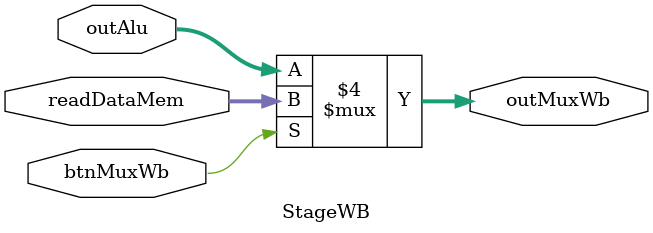
<source format=v>
`timescale 1ns / 1ps
module StageWB(
	input btnMuxWb,
	input [31:0] readDataMem, outAlu,
	output reg [31:0] outMuxWb
    );
	 
initial
begin
	outMuxWb = 0;
end
always @(*)
begin
	if(btnMuxWb)
		begin
			outMuxWb = readDataMem;
		end
	
	else
		begin
			outMuxWb = outAlu;
		end
end

endmodule

</source>
